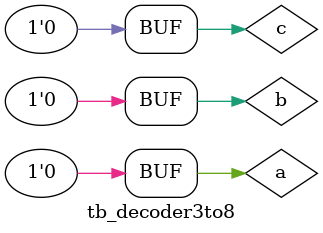
<source format=v>
`timescale 1ns / 1ps


module tb_decoder3to8;

	// Inputs
	reg a;
	reg b;
	reg c;

	// Outputs
	wire y1;
	wire y2;
	wire y3;
	wire y4;
	wire y5;
	wire y6;
	wire y7;
	wire y8;

	// Instantiate the Unit Under Test (UUT)
	Decoder_3to8 uut (
		.a(a), 
		.b(b), 
		.c(c), 
		.y1(y1), 
		.y2(y2), 
		.y3(y3), 
		.y4(y4), 
		.y5(y5), 
		.y6(y6), 
		.y7(y7), 
		.y8(y8)
	);

	initial begin
	a=0;
	#20 a=1'b1;
	#20 a=1'b0;
	#20 a=1'b1;
	#20 a=1'b0;
	end
	   
	initial begin
	b=0;
	#10 b=1'b1;
	#10 b=1'b0;
	#10 b=1'b1;
	#10 b=1'b0;
	#10 b=1'b1;
	#10 b=1'b0;
	#10 b=1'b1;
	#10 b=1'b0;
	end
	
	initial begin
	c=0;
	#5 c=1'b1;
	#5 c=1'b0;
	#5 c=1'b1;
	#5 c=1'b0;
	#5 c=1'b1;
	#5 c=1'b0;
	#5 c=1'b1;
	#5 c=1'b0;
	#5 c=1'b1;
	#5 c=1'b0;
	#5 c=1'b1;
	#5 c=1'b0;
	#5 c=1'b1;
	#5 c=1'b0;
	#5 c=1'b1;
	#5 c=1'b0;
	end
	   
endmodule










</source>
